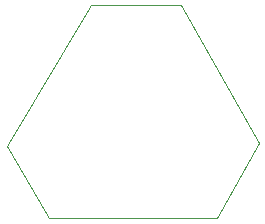
<source format=gbr>
G04 #@! TF.GenerationSoftware,KiCad,Pcbnew,(5.1.2)-2*
G04 #@! TF.CreationDate,2019-12-06T21:05:31-06:00*
G04 #@! TF.ProjectId,RGBSL,52474253-4c2e-46b6-9963-61645f706362,rev?*
G04 #@! TF.SameCoordinates,Original*
G04 #@! TF.FileFunction,Profile,NP*
%FSLAX46Y46*%
G04 Gerber Fmt 4.6, Leading zero omitted, Abs format (unit mm)*
G04 Created by KiCad (PCBNEW (5.1.2)-2) date 2019-12-06 21:05:31*
%MOMM*%
%LPD*%
G04 APERTURE LIST*
%ADD10C,0.050000*%
G04 APERTURE END LIST*
D10*
X135128000Y-55880000D02*
X142240000Y-43942000D01*
X138684000Y-61976000D02*
X135128000Y-55880000D01*
X152908000Y-61976000D02*
X138684000Y-61976000D01*
X156464000Y-55626000D02*
X152908000Y-61976000D01*
X149860000Y-43942000D02*
X156464000Y-55626000D01*
X142240000Y-43942000D02*
X149860000Y-43942000D01*
M02*

</source>
